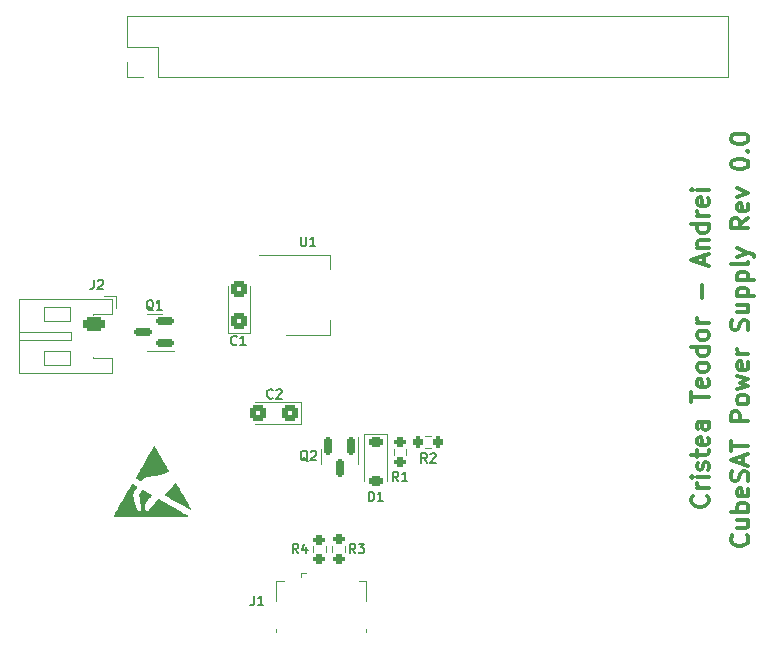
<source format=gto>
G04 #@! TF.GenerationSoftware,KiCad,Pcbnew,7.0.9*
G04 #@! TF.CreationDate,2023-11-15T19:01:28+02:00*
G04 #@! TF.ProjectId,Power,506f7765-722e-46b6-9963-61645f706362,rev?*
G04 #@! TF.SameCoordinates,Original*
G04 #@! TF.FileFunction,Legend,Top*
G04 #@! TF.FilePolarity,Positive*
%FSLAX46Y46*%
G04 Gerber Fmt 4.6, Leading zero omitted, Abs format (unit mm)*
G04 Created by KiCad (PCBNEW 7.0.9) date 2023-11-15 19:01:28*
%MOMM*%
%LPD*%
G01*
G04 APERTURE LIST*
G04 Aperture macros list*
%AMRoundRect*
0 Rectangle with rounded corners*
0 $1 Rounding radius*
0 $2 $3 $4 $5 $6 $7 $8 $9 X,Y pos of 4 corners*
0 Add a 4 corners polygon primitive as box body*
4,1,4,$2,$3,$4,$5,$6,$7,$8,$9,$2,$3,0*
0 Add four circle primitives for the rounded corners*
1,1,$1+$1,$2,$3*
1,1,$1+$1,$4,$5*
1,1,$1+$1,$6,$7*
1,1,$1+$1,$8,$9*
0 Add four rect primitives between the rounded corners*
20,1,$1+$1,$2,$3,$4,$5,0*
20,1,$1+$1,$4,$5,$6,$7,0*
20,1,$1+$1,$6,$7,$8,$9,0*
20,1,$1+$1,$8,$9,$2,$3,0*%
G04 Aperture macros list end*
%ADD10C,0.300000*%
%ADD11C,0.200000*%
%ADD12C,0.120000*%
%ADD13C,0.010000*%
%ADD14RoundRect,0.150000X0.587500X0.150000X-0.587500X0.150000X-0.587500X-0.150000X0.587500X-0.150000X0*%
%ADD15RoundRect,0.200000X-0.275000X0.200000X-0.275000X-0.200000X0.275000X-0.200000X0.275000X0.200000X0*%
%ADD16RoundRect,0.300000X-0.600000X0.300000X-0.600000X-0.300000X0.600000X-0.300000X0.600000X0.300000X0*%
%ADD17O,1.800000X1.200000*%
%ADD18C,3.500000*%
%ADD19RoundRect,0.225000X-0.375000X0.225000X-0.375000X-0.225000X0.375000X-0.225000X0.375000X0.225000X0*%
%ADD20R,2.000000X1.500000*%
%ADD21R,2.000000X3.800000*%
%ADD22R,0.400000X1.400000*%
%ADD23O,1.050000X1.900000*%
%ADD24R,1.150000X1.450000*%
%ADD25R,1.750000X1.900000*%
%ADD26RoundRect,0.150000X-0.150000X0.587500X-0.150000X-0.587500X0.150000X-0.587500X0.150000X0.587500X0*%
%ADD27RoundRect,0.250000X0.450000X0.425000X-0.450000X0.425000X-0.450000X-0.425000X0.450000X-0.425000X0*%
%ADD28RoundRect,0.250000X0.425000X-0.450000X0.425000X0.450000X-0.425000X0.450000X-0.425000X-0.450000X0*%
%ADD29RoundRect,0.200000X0.200000X0.275000X-0.200000X0.275000X-0.200000X-0.275000X0.200000X-0.275000X0*%
%ADD30R,1.700000X1.700000*%
%ADD31O,1.700000X1.700000*%
G04 APERTURE END LIST*
D10*
X174657971Y-106858346D02*
X174729400Y-106929774D01*
X174729400Y-106929774D02*
X174800828Y-107144060D01*
X174800828Y-107144060D02*
X174800828Y-107286917D01*
X174800828Y-107286917D02*
X174729400Y-107501203D01*
X174729400Y-107501203D02*
X174586542Y-107644060D01*
X174586542Y-107644060D02*
X174443685Y-107715489D01*
X174443685Y-107715489D02*
X174157971Y-107786917D01*
X174157971Y-107786917D02*
X173943685Y-107786917D01*
X173943685Y-107786917D02*
X173657971Y-107715489D01*
X173657971Y-107715489D02*
X173515114Y-107644060D01*
X173515114Y-107644060D02*
X173372257Y-107501203D01*
X173372257Y-107501203D02*
X173300828Y-107286917D01*
X173300828Y-107286917D02*
X173300828Y-107144060D01*
X173300828Y-107144060D02*
X173372257Y-106929774D01*
X173372257Y-106929774D02*
X173443685Y-106858346D01*
X174800828Y-106215489D02*
X173800828Y-106215489D01*
X174086542Y-106215489D02*
X173943685Y-106144060D01*
X173943685Y-106144060D02*
X173872257Y-106072632D01*
X173872257Y-106072632D02*
X173800828Y-105929774D01*
X173800828Y-105929774D02*
X173800828Y-105786917D01*
X174800828Y-105286918D02*
X173800828Y-105286918D01*
X173300828Y-105286918D02*
X173372257Y-105358346D01*
X173372257Y-105358346D02*
X173443685Y-105286918D01*
X173443685Y-105286918D02*
X173372257Y-105215489D01*
X173372257Y-105215489D02*
X173300828Y-105286918D01*
X173300828Y-105286918D02*
X173443685Y-105286918D01*
X174729400Y-104644060D02*
X174800828Y-104501203D01*
X174800828Y-104501203D02*
X174800828Y-104215489D01*
X174800828Y-104215489D02*
X174729400Y-104072632D01*
X174729400Y-104072632D02*
X174586542Y-104001203D01*
X174586542Y-104001203D02*
X174515114Y-104001203D01*
X174515114Y-104001203D02*
X174372257Y-104072632D01*
X174372257Y-104072632D02*
X174300828Y-104215489D01*
X174300828Y-104215489D02*
X174300828Y-104429775D01*
X174300828Y-104429775D02*
X174229400Y-104572632D01*
X174229400Y-104572632D02*
X174086542Y-104644060D01*
X174086542Y-104644060D02*
X174015114Y-104644060D01*
X174015114Y-104644060D02*
X173872257Y-104572632D01*
X173872257Y-104572632D02*
X173800828Y-104429775D01*
X173800828Y-104429775D02*
X173800828Y-104215489D01*
X173800828Y-104215489D02*
X173872257Y-104072632D01*
X173800828Y-103572631D02*
X173800828Y-103001203D01*
X173300828Y-103358346D02*
X174586542Y-103358346D01*
X174586542Y-103358346D02*
X174729400Y-103286917D01*
X174729400Y-103286917D02*
X174800828Y-103144060D01*
X174800828Y-103144060D02*
X174800828Y-103001203D01*
X174729400Y-101929774D02*
X174800828Y-102072631D01*
X174800828Y-102072631D02*
X174800828Y-102358346D01*
X174800828Y-102358346D02*
X174729400Y-102501203D01*
X174729400Y-102501203D02*
X174586542Y-102572631D01*
X174586542Y-102572631D02*
X174015114Y-102572631D01*
X174015114Y-102572631D02*
X173872257Y-102501203D01*
X173872257Y-102501203D02*
X173800828Y-102358346D01*
X173800828Y-102358346D02*
X173800828Y-102072631D01*
X173800828Y-102072631D02*
X173872257Y-101929774D01*
X173872257Y-101929774D02*
X174015114Y-101858346D01*
X174015114Y-101858346D02*
X174157971Y-101858346D01*
X174157971Y-101858346D02*
X174300828Y-102572631D01*
X174800828Y-100572632D02*
X174015114Y-100572632D01*
X174015114Y-100572632D02*
X173872257Y-100644060D01*
X173872257Y-100644060D02*
X173800828Y-100786917D01*
X173800828Y-100786917D02*
X173800828Y-101072632D01*
X173800828Y-101072632D02*
X173872257Y-101215489D01*
X174729400Y-100572632D02*
X174800828Y-100715489D01*
X174800828Y-100715489D02*
X174800828Y-101072632D01*
X174800828Y-101072632D02*
X174729400Y-101215489D01*
X174729400Y-101215489D02*
X174586542Y-101286917D01*
X174586542Y-101286917D02*
X174443685Y-101286917D01*
X174443685Y-101286917D02*
X174300828Y-101215489D01*
X174300828Y-101215489D02*
X174229400Y-101072632D01*
X174229400Y-101072632D02*
X174229400Y-100715489D01*
X174229400Y-100715489D02*
X174157971Y-100572632D01*
X173300828Y-98929774D02*
X173300828Y-98072632D01*
X174800828Y-98501203D02*
X173300828Y-98501203D01*
X174729400Y-97001203D02*
X174800828Y-97144060D01*
X174800828Y-97144060D02*
X174800828Y-97429775D01*
X174800828Y-97429775D02*
X174729400Y-97572632D01*
X174729400Y-97572632D02*
X174586542Y-97644060D01*
X174586542Y-97644060D02*
X174015114Y-97644060D01*
X174015114Y-97644060D02*
X173872257Y-97572632D01*
X173872257Y-97572632D02*
X173800828Y-97429775D01*
X173800828Y-97429775D02*
X173800828Y-97144060D01*
X173800828Y-97144060D02*
X173872257Y-97001203D01*
X173872257Y-97001203D02*
X174015114Y-96929775D01*
X174015114Y-96929775D02*
X174157971Y-96929775D01*
X174157971Y-96929775D02*
X174300828Y-97644060D01*
X174800828Y-96072632D02*
X174729400Y-96215489D01*
X174729400Y-96215489D02*
X174657971Y-96286918D01*
X174657971Y-96286918D02*
X174515114Y-96358346D01*
X174515114Y-96358346D02*
X174086542Y-96358346D01*
X174086542Y-96358346D02*
X173943685Y-96286918D01*
X173943685Y-96286918D02*
X173872257Y-96215489D01*
X173872257Y-96215489D02*
X173800828Y-96072632D01*
X173800828Y-96072632D02*
X173800828Y-95858346D01*
X173800828Y-95858346D02*
X173872257Y-95715489D01*
X173872257Y-95715489D02*
X173943685Y-95644061D01*
X173943685Y-95644061D02*
X174086542Y-95572632D01*
X174086542Y-95572632D02*
X174515114Y-95572632D01*
X174515114Y-95572632D02*
X174657971Y-95644061D01*
X174657971Y-95644061D02*
X174729400Y-95715489D01*
X174729400Y-95715489D02*
X174800828Y-95858346D01*
X174800828Y-95858346D02*
X174800828Y-96072632D01*
X174800828Y-94286918D02*
X173300828Y-94286918D01*
X174729400Y-94286918D02*
X174800828Y-94429775D01*
X174800828Y-94429775D02*
X174800828Y-94715489D01*
X174800828Y-94715489D02*
X174729400Y-94858346D01*
X174729400Y-94858346D02*
X174657971Y-94929775D01*
X174657971Y-94929775D02*
X174515114Y-95001203D01*
X174515114Y-95001203D02*
X174086542Y-95001203D01*
X174086542Y-95001203D02*
X173943685Y-94929775D01*
X173943685Y-94929775D02*
X173872257Y-94858346D01*
X173872257Y-94858346D02*
X173800828Y-94715489D01*
X173800828Y-94715489D02*
X173800828Y-94429775D01*
X173800828Y-94429775D02*
X173872257Y-94286918D01*
X174800828Y-93358346D02*
X174729400Y-93501203D01*
X174729400Y-93501203D02*
X174657971Y-93572632D01*
X174657971Y-93572632D02*
X174515114Y-93644060D01*
X174515114Y-93644060D02*
X174086542Y-93644060D01*
X174086542Y-93644060D02*
X173943685Y-93572632D01*
X173943685Y-93572632D02*
X173872257Y-93501203D01*
X173872257Y-93501203D02*
X173800828Y-93358346D01*
X173800828Y-93358346D02*
X173800828Y-93144060D01*
X173800828Y-93144060D02*
X173872257Y-93001203D01*
X173872257Y-93001203D02*
X173943685Y-92929775D01*
X173943685Y-92929775D02*
X174086542Y-92858346D01*
X174086542Y-92858346D02*
X174515114Y-92858346D01*
X174515114Y-92858346D02*
X174657971Y-92929775D01*
X174657971Y-92929775D02*
X174729400Y-93001203D01*
X174729400Y-93001203D02*
X174800828Y-93144060D01*
X174800828Y-93144060D02*
X174800828Y-93358346D01*
X174800828Y-92215489D02*
X173800828Y-92215489D01*
X174086542Y-92215489D02*
X173943685Y-92144060D01*
X173943685Y-92144060D02*
X173872257Y-92072632D01*
X173872257Y-92072632D02*
X173800828Y-91929774D01*
X173800828Y-91929774D02*
X173800828Y-91786917D01*
X174229400Y-90144061D02*
X174229400Y-89001204D01*
X174372257Y-87215489D02*
X174372257Y-86501204D01*
X174800828Y-87358346D02*
X173300828Y-86858346D01*
X173300828Y-86858346D02*
X174800828Y-86358346D01*
X173800828Y-85858347D02*
X174800828Y-85858347D01*
X173943685Y-85858347D02*
X173872257Y-85786918D01*
X173872257Y-85786918D02*
X173800828Y-85644061D01*
X173800828Y-85644061D02*
X173800828Y-85429775D01*
X173800828Y-85429775D02*
X173872257Y-85286918D01*
X173872257Y-85286918D02*
X174015114Y-85215490D01*
X174015114Y-85215490D02*
X174800828Y-85215490D01*
X174800828Y-83858347D02*
X173300828Y-83858347D01*
X174729400Y-83858347D02*
X174800828Y-84001204D01*
X174800828Y-84001204D02*
X174800828Y-84286918D01*
X174800828Y-84286918D02*
X174729400Y-84429775D01*
X174729400Y-84429775D02*
X174657971Y-84501204D01*
X174657971Y-84501204D02*
X174515114Y-84572632D01*
X174515114Y-84572632D02*
X174086542Y-84572632D01*
X174086542Y-84572632D02*
X173943685Y-84501204D01*
X173943685Y-84501204D02*
X173872257Y-84429775D01*
X173872257Y-84429775D02*
X173800828Y-84286918D01*
X173800828Y-84286918D02*
X173800828Y-84001204D01*
X173800828Y-84001204D02*
X173872257Y-83858347D01*
X174800828Y-83144061D02*
X173800828Y-83144061D01*
X174086542Y-83144061D02*
X173943685Y-83072632D01*
X173943685Y-83072632D02*
X173872257Y-83001204D01*
X173872257Y-83001204D02*
X173800828Y-82858346D01*
X173800828Y-82858346D02*
X173800828Y-82715489D01*
X174729400Y-81644061D02*
X174800828Y-81786918D01*
X174800828Y-81786918D02*
X174800828Y-82072633D01*
X174800828Y-82072633D02*
X174729400Y-82215490D01*
X174729400Y-82215490D02*
X174586542Y-82286918D01*
X174586542Y-82286918D02*
X174015114Y-82286918D01*
X174015114Y-82286918D02*
X173872257Y-82215490D01*
X173872257Y-82215490D02*
X173800828Y-82072633D01*
X173800828Y-82072633D02*
X173800828Y-81786918D01*
X173800828Y-81786918D02*
X173872257Y-81644061D01*
X173872257Y-81644061D02*
X174015114Y-81572633D01*
X174015114Y-81572633D02*
X174157971Y-81572633D01*
X174157971Y-81572633D02*
X174300828Y-82286918D01*
X174800828Y-80929776D02*
X173800828Y-80929776D01*
X173300828Y-80929776D02*
X173372257Y-81001204D01*
X173372257Y-81001204D02*
X173443685Y-80929776D01*
X173443685Y-80929776D02*
X173372257Y-80858347D01*
X173372257Y-80858347D02*
X173300828Y-80929776D01*
X173300828Y-80929776D02*
X173443685Y-80929776D01*
X178017971Y-110188346D02*
X178089400Y-110259774D01*
X178089400Y-110259774D02*
X178160828Y-110474060D01*
X178160828Y-110474060D02*
X178160828Y-110616917D01*
X178160828Y-110616917D02*
X178089400Y-110831203D01*
X178089400Y-110831203D02*
X177946542Y-110974060D01*
X177946542Y-110974060D02*
X177803685Y-111045489D01*
X177803685Y-111045489D02*
X177517971Y-111116917D01*
X177517971Y-111116917D02*
X177303685Y-111116917D01*
X177303685Y-111116917D02*
X177017971Y-111045489D01*
X177017971Y-111045489D02*
X176875114Y-110974060D01*
X176875114Y-110974060D02*
X176732257Y-110831203D01*
X176732257Y-110831203D02*
X176660828Y-110616917D01*
X176660828Y-110616917D02*
X176660828Y-110474060D01*
X176660828Y-110474060D02*
X176732257Y-110259774D01*
X176732257Y-110259774D02*
X176803685Y-110188346D01*
X177160828Y-108902632D02*
X178160828Y-108902632D01*
X177160828Y-109545489D02*
X177946542Y-109545489D01*
X177946542Y-109545489D02*
X178089400Y-109474060D01*
X178089400Y-109474060D02*
X178160828Y-109331203D01*
X178160828Y-109331203D02*
X178160828Y-109116917D01*
X178160828Y-109116917D02*
X178089400Y-108974060D01*
X178089400Y-108974060D02*
X178017971Y-108902632D01*
X178160828Y-108188346D02*
X176660828Y-108188346D01*
X177232257Y-108188346D02*
X177160828Y-108045489D01*
X177160828Y-108045489D02*
X177160828Y-107759774D01*
X177160828Y-107759774D02*
X177232257Y-107616917D01*
X177232257Y-107616917D02*
X177303685Y-107545489D01*
X177303685Y-107545489D02*
X177446542Y-107474060D01*
X177446542Y-107474060D02*
X177875114Y-107474060D01*
X177875114Y-107474060D02*
X178017971Y-107545489D01*
X178017971Y-107545489D02*
X178089400Y-107616917D01*
X178089400Y-107616917D02*
X178160828Y-107759774D01*
X178160828Y-107759774D02*
X178160828Y-108045489D01*
X178160828Y-108045489D02*
X178089400Y-108188346D01*
X178089400Y-106259774D02*
X178160828Y-106402631D01*
X178160828Y-106402631D02*
X178160828Y-106688346D01*
X178160828Y-106688346D02*
X178089400Y-106831203D01*
X178089400Y-106831203D02*
X177946542Y-106902631D01*
X177946542Y-106902631D02*
X177375114Y-106902631D01*
X177375114Y-106902631D02*
X177232257Y-106831203D01*
X177232257Y-106831203D02*
X177160828Y-106688346D01*
X177160828Y-106688346D02*
X177160828Y-106402631D01*
X177160828Y-106402631D02*
X177232257Y-106259774D01*
X177232257Y-106259774D02*
X177375114Y-106188346D01*
X177375114Y-106188346D02*
X177517971Y-106188346D01*
X177517971Y-106188346D02*
X177660828Y-106902631D01*
X178089400Y-105616917D02*
X178160828Y-105402632D01*
X178160828Y-105402632D02*
X178160828Y-105045489D01*
X178160828Y-105045489D02*
X178089400Y-104902632D01*
X178089400Y-104902632D02*
X178017971Y-104831203D01*
X178017971Y-104831203D02*
X177875114Y-104759774D01*
X177875114Y-104759774D02*
X177732257Y-104759774D01*
X177732257Y-104759774D02*
X177589400Y-104831203D01*
X177589400Y-104831203D02*
X177517971Y-104902632D01*
X177517971Y-104902632D02*
X177446542Y-105045489D01*
X177446542Y-105045489D02*
X177375114Y-105331203D01*
X177375114Y-105331203D02*
X177303685Y-105474060D01*
X177303685Y-105474060D02*
X177232257Y-105545489D01*
X177232257Y-105545489D02*
X177089400Y-105616917D01*
X177089400Y-105616917D02*
X176946542Y-105616917D01*
X176946542Y-105616917D02*
X176803685Y-105545489D01*
X176803685Y-105545489D02*
X176732257Y-105474060D01*
X176732257Y-105474060D02*
X176660828Y-105331203D01*
X176660828Y-105331203D02*
X176660828Y-104974060D01*
X176660828Y-104974060D02*
X176732257Y-104759774D01*
X177732257Y-104188346D02*
X177732257Y-103474061D01*
X178160828Y-104331203D02*
X176660828Y-103831203D01*
X176660828Y-103831203D02*
X178160828Y-103331203D01*
X176660828Y-103045489D02*
X176660828Y-102188347D01*
X178160828Y-102616918D02*
X176660828Y-102616918D01*
X178160828Y-100545490D02*
X176660828Y-100545490D01*
X176660828Y-100545490D02*
X176660828Y-99974061D01*
X176660828Y-99974061D02*
X176732257Y-99831204D01*
X176732257Y-99831204D02*
X176803685Y-99759775D01*
X176803685Y-99759775D02*
X176946542Y-99688347D01*
X176946542Y-99688347D02*
X177160828Y-99688347D01*
X177160828Y-99688347D02*
X177303685Y-99759775D01*
X177303685Y-99759775D02*
X177375114Y-99831204D01*
X177375114Y-99831204D02*
X177446542Y-99974061D01*
X177446542Y-99974061D02*
X177446542Y-100545490D01*
X178160828Y-98831204D02*
X178089400Y-98974061D01*
X178089400Y-98974061D02*
X178017971Y-99045490D01*
X178017971Y-99045490D02*
X177875114Y-99116918D01*
X177875114Y-99116918D02*
X177446542Y-99116918D01*
X177446542Y-99116918D02*
X177303685Y-99045490D01*
X177303685Y-99045490D02*
X177232257Y-98974061D01*
X177232257Y-98974061D02*
X177160828Y-98831204D01*
X177160828Y-98831204D02*
X177160828Y-98616918D01*
X177160828Y-98616918D02*
X177232257Y-98474061D01*
X177232257Y-98474061D02*
X177303685Y-98402633D01*
X177303685Y-98402633D02*
X177446542Y-98331204D01*
X177446542Y-98331204D02*
X177875114Y-98331204D01*
X177875114Y-98331204D02*
X178017971Y-98402633D01*
X178017971Y-98402633D02*
X178089400Y-98474061D01*
X178089400Y-98474061D02*
X178160828Y-98616918D01*
X178160828Y-98616918D02*
X178160828Y-98831204D01*
X177160828Y-97831204D02*
X178160828Y-97545490D01*
X178160828Y-97545490D02*
X177446542Y-97259775D01*
X177446542Y-97259775D02*
X178160828Y-96974061D01*
X178160828Y-96974061D02*
X177160828Y-96688347D01*
X178089400Y-95545489D02*
X178160828Y-95688346D01*
X178160828Y-95688346D02*
X178160828Y-95974061D01*
X178160828Y-95974061D02*
X178089400Y-96116918D01*
X178089400Y-96116918D02*
X177946542Y-96188346D01*
X177946542Y-96188346D02*
X177375114Y-96188346D01*
X177375114Y-96188346D02*
X177232257Y-96116918D01*
X177232257Y-96116918D02*
X177160828Y-95974061D01*
X177160828Y-95974061D02*
X177160828Y-95688346D01*
X177160828Y-95688346D02*
X177232257Y-95545489D01*
X177232257Y-95545489D02*
X177375114Y-95474061D01*
X177375114Y-95474061D02*
X177517971Y-95474061D01*
X177517971Y-95474061D02*
X177660828Y-96188346D01*
X178160828Y-94831204D02*
X177160828Y-94831204D01*
X177446542Y-94831204D02*
X177303685Y-94759775D01*
X177303685Y-94759775D02*
X177232257Y-94688347D01*
X177232257Y-94688347D02*
X177160828Y-94545489D01*
X177160828Y-94545489D02*
X177160828Y-94402632D01*
X178089400Y-92831204D02*
X178160828Y-92616919D01*
X178160828Y-92616919D02*
X178160828Y-92259776D01*
X178160828Y-92259776D02*
X178089400Y-92116919D01*
X178089400Y-92116919D02*
X178017971Y-92045490D01*
X178017971Y-92045490D02*
X177875114Y-91974061D01*
X177875114Y-91974061D02*
X177732257Y-91974061D01*
X177732257Y-91974061D02*
X177589400Y-92045490D01*
X177589400Y-92045490D02*
X177517971Y-92116919D01*
X177517971Y-92116919D02*
X177446542Y-92259776D01*
X177446542Y-92259776D02*
X177375114Y-92545490D01*
X177375114Y-92545490D02*
X177303685Y-92688347D01*
X177303685Y-92688347D02*
X177232257Y-92759776D01*
X177232257Y-92759776D02*
X177089400Y-92831204D01*
X177089400Y-92831204D02*
X176946542Y-92831204D01*
X176946542Y-92831204D02*
X176803685Y-92759776D01*
X176803685Y-92759776D02*
X176732257Y-92688347D01*
X176732257Y-92688347D02*
X176660828Y-92545490D01*
X176660828Y-92545490D02*
X176660828Y-92188347D01*
X176660828Y-92188347D02*
X176732257Y-91974061D01*
X177160828Y-90688348D02*
X178160828Y-90688348D01*
X177160828Y-91331205D02*
X177946542Y-91331205D01*
X177946542Y-91331205D02*
X178089400Y-91259776D01*
X178089400Y-91259776D02*
X178160828Y-91116919D01*
X178160828Y-91116919D02*
X178160828Y-90902633D01*
X178160828Y-90902633D02*
X178089400Y-90759776D01*
X178089400Y-90759776D02*
X178017971Y-90688348D01*
X177160828Y-89974062D02*
X178660828Y-89974062D01*
X177232257Y-89974062D02*
X177160828Y-89831205D01*
X177160828Y-89831205D02*
X177160828Y-89545490D01*
X177160828Y-89545490D02*
X177232257Y-89402633D01*
X177232257Y-89402633D02*
X177303685Y-89331205D01*
X177303685Y-89331205D02*
X177446542Y-89259776D01*
X177446542Y-89259776D02*
X177875114Y-89259776D01*
X177875114Y-89259776D02*
X178017971Y-89331205D01*
X178017971Y-89331205D02*
X178089400Y-89402633D01*
X178089400Y-89402633D02*
X178160828Y-89545490D01*
X178160828Y-89545490D02*
X178160828Y-89831205D01*
X178160828Y-89831205D02*
X178089400Y-89974062D01*
X177160828Y-88616919D02*
X178660828Y-88616919D01*
X177232257Y-88616919D02*
X177160828Y-88474062D01*
X177160828Y-88474062D02*
X177160828Y-88188347D01*
X177160828Y-88188347D02*
X177232257Y-88045490D01*
X177232257Y-88045490D02*
X177303685Y-87974062D01*
X177303685Y-87974062D02*
X177446542Y-87902633D01*
X177446542Y-87902633D02*
X177875114Y-87902633D01*
X177875114Y-87902633D02*
X178017971Y-87974062D01*
X178017971Y-87974062D02*
X178089400Y-88045490D01*
X178089400Y-88045490D02*
X178160828Y-88188347D01*
X178160828Y-88188347D02*
X178160828Y-88474062D01*
X178160828Y-88474062D02*
X178089400Y-88616919D01*
X178160828Y-87045490D02*
X178089400Y-87188347D01*
X178089400Y-87188347D02*
X177946542Y-87259776D01*
X177946542Y-87259776D02*
X176660828Y-87259776D01*
X177160828Y-86616919D02*
X178160828Y-86259776D01*
X177160828Y-85902633D02*
X178160828Y-86259776D01*
X178160828Y-86259776D02*
X178517971Y-86402633D01*
X178517971Y-86402633D02*
X178589400Y-86474062D01*
X178589400Y-86474062D02*
X178660828Y-86616919D01*
X178160828Y-83331205D02*
X177446542Y-83831205D01*
X178160828Y-84188348D02*
X176660828Y-84188348D01*
X176660828Y-84188348D02*
X176660828Y-83616919D01*
X176660828Y-83616919D02*
X176732257Y-83474062D01*
X176732257Y-83474062D02*
X176803685Y-83402633D01*
X176803685Y-83402633D02*
X176946542Y-83331205D01*
X176946542Y-83331205D02*
X177160828Y-83331205D01*
X177160828Y-83331205D02*
X177303685Y-83402633D01*
X177303685Y-83402633D02*
X177375114Y-83474062D01*
X177375114Y-83474062D02*
X177446542Y-83616919D01*
X177446542Y-83616919D02*
X177446542Y-84188348D01*
X178089400Y-82116919D02*
X178160828Y-82259776D01*
X178160828Y-82259776D02*
X178160828Y-82545491D01*
X178160828Y-82545491D02*
X178089400Y-82688348D01*
X178089400Y-82688348D02*
X177946542Y-82759776D01*
X177946542Y-82759776D02*
X177375114Y-82759776D01*
X177375114Y-82759776D02*
X177232257Y-82688348D01*
X177232257Y-82688348D02*
X177160828Y-82545491D01*
X177160828Y-82545491D02*
X177160828Y-82259776D01*
X177160828Y-82259776D02*
X177232257Y-82116919D01*
X177232257Y-82116919D02*
X177375114Y-82045491D01*
X177375114Y-82045491D02*
X177517971Y-82045491D01*
X177517971Y-82045491D02*
X177660828Y-82759776D01*
X177160828Y-81545491D02*
X178160828Y-81188348D01*
X178160828Y-81188348D02*
X177160828Y-80831205D01*
X176660828Y-78831205D02*
X176660828Y-78688348D01*
X176660828Y-78688348D02*
X176732257Y-78545491D01*
X176732257Y-78545491D02*
X176803685Y-78474063D01*
X176803685Y-78474063D02*
X176946542Y-78402634D01*
X176946542Y-78402634D02*
X177232257Y-78331205D01*
X177232257Y-78331205D02*
X177589400Y-78331205D01*
X177589400Y-78331205D02*
X177875114Y-78402634D01*
X177875114Y-78402634D02*
X178017971Y-78474063D01*
X178017971Y-78474063D02*
X178089400Y-78545491D01*
X178089400Y-78545491D02*
X178160828Y-78688348D01*
X178160828Y-78688348D02*
X178160828Y-78831205D01*
X178160828Y-78831205D02*
X178089400Y-78974063D01*
X178089400Y-78974063D02*
X178017971Y-79045491D01*
X178017971Y-79045491D02*
X177875114Y-79116920D01*
X177875114Y-79116920D02*
X177589400Y-79188348D01*
X177589400Y-79188348D02*
X177232257Y-79188348D01*
X177232257Y-79188348D02*
X176946542Y-79116920D01*
X176946542Y-79116920D02*
X176803685Y-79045491D01*
X176803685Y-79045491D02*
X176732257Y-78974063D01*
X176732257Y-78974063D02*
X176660828Y-78831205D01*
X178017971Y-77688349D02*
X178089400Y-77616920D01*
X178089400Y-77616920D02*
X178160828Y-77688349D01*
X178160828Y-77688349D02*
X178089400Y-77759777D01*
X178089400Y-77759777D02*
X178017971Y-77688349D01*
X178017971Y-77688349D02*
X178160828Y-77688349D01*
X176660828Y-76688348D02*
X176660828Y-76545491D01*
X176660828Y-76545491D02*
X176732257Y-76402634D01*
X176732257Y-76402634D02*
X176803685Y-76331206D01*
X176803685Y-76331206D02*
X176946542Y-76259777D01*
X176946542Y-76259777D02*
X177232257Y-76188348D01*
X177232257Y-76188348D02*
X177589400Y-76188348D01*
X177589400Y-76188348D02*
X177875114Y-76259777D01*
X177875114Y-76259777D02*
X178017971Y-76331206D01*
X178017971Y-76331206D02*
X178089400Y-76402634D01*
X178089400Y-76402634D02*
X178160828Y-76545491D01*
X178160828Y-76545491D02*
X178160828Y-76688348D01*
X178160828Y-76688348D02*
X178089400Y-76831206D01*
X178089400Y-76831206D02*
X178017971Y-76902634D01*
X178017971Y-76902634D02*
X177875114Y-76974063D01*
X177875114Y-76974063D02*
X177589400Y-77045491D01*
X177589400Y-77045491D02*
X177232257Y-77045491D01*
X177232257Y-77045491D02*
X176946542Y-76974063D01*
X176946542Y-76974063D02*
X176803685Y-76902634D01*
X176803685Y-76902634D02*
X176732257Y-76831206D01*
X176732257Y-76831206D02*
X176660828Y-76688348D01*
D11*
X127773809Y-91155885D02*
X127697619Y-91117790D01*
X127697619Y-91117790D02*
X127621428Y-91041600D01*
X127621428Y-91041600D02*
X127507142Y-90927314D01*
X127507142Y-90927314D02*
X127430952Y-90889219D01*
X127430952Y-90889219D02*
X127354761Y-90889219D01*
X127392857Y-91079695D02*
X127316666Y-91041600D01*
X127316666Y-91041600D02*
X127240476Y-90965409D01*
X127240476Y-90965409D02*
X127202380Y-90813028D01*
X127202380Y-90813028D02*
X127202380Y-90546361D01*
X127202380Y-90546361D02*
X127240476Y-90393980D01*
X127240476Y-90393980D02*
X127316666Y-90317790D01*
X127316666Y-90317790D02*
X127392857Y-90279695D01*
X127392857Y-90279695D02*
X127545238Y-90279695D01*
X127545238Y-90279695D02*
X127621428Y-90317790D01*
X127621428Y-90317790D02*
X127697619Y-90393980D01*
X127697619Y-90393980D02*
X127735714Y-90546361D01*
X127735714Y-90546361D02*
X127735714Y-90813028D01*
X127735714Y-90813028D02*
X127697619Y-90965409D01*
X127697619Y-90965409D02*
X127621428Y-91041600D01*
X127621428Y-91041600D02*
X127545238Y-91079695D01*
X127545238Y-91079695D02*
X127392857Y-91079695D01*
X128497618Y-91079695D02*
X128040475Y-91079695D01*
X128269047Y-91079695D02*
X128269047Y-90279695D01*
X128269047Y-90279695D02*
X128192856Y-90393980D01*
X128192856Y-90393980D02*
X128116666Y-90470171D01*
X128116666Y-90470171D02*
X128040475Y-90508266D01*
X140026667Y-111729695D02*
X139760000Y-111348742D01*
X139569524Y-111729695D02*
X139569524Y-110929695D01*
X139569524Y-110929695D02*
X139874286Y-110929695D01*
X139874286Y-110929695D02*
X139950476Y-110967790D01*
X139950476Y-110967790D02*
X139988571Y-111005885D01*
X139988571Y-111005885D02*
X140026667Y-111082076D01*
X140026667Y-111082076D02*
X140026667Y-111196361D01*
X140026667Y-111196361D02*
X139988571Y-111272552D01*
X139988571Y-111272552D02*
X139950476Y-111310647D01*
X139950476Y-111310647D02*
X139874286Y-111348742D01*
X139874286Y-111348742D02*
X139569524Y-111348742D01*
X140712381Y-111196361D02*
X140712381Y-111729695D01*
X140521905Y-110891600D02*
X140331428Y-111463028D01*
X140331428Y-111463028D02*
X140826667Y-111463028D01*
X122733333Y-88559695D02*
X122733333Y-89131123D01*
X122733333Y-89131123D02*
X122695238Y-89245409D01*
X122695238Y-89245409D02*
X122619047Y-89321600D01*
X122619047Y-89321600D02*
X122504762Y-89359695D01*
X122504762Y-89359695D02*
X122428571Y-89359695D01*
X123076190Y-88635885D02*
X123114286Y-88597790D01*
X123114286Y-88597790D02*
X123190476Y-88559695D01*
X123190476Y-88559695D02*
X123380952Y-88559695D01*
X123380952Y-88559695D02*
X123457143Y-88597790D01*
X123457143Y-88597790D02*
X123495238Y-88635885D01*
X123495238Y-88635885D02*
X123533333Y-88712076D01*
X123533333Y-88712076D02*
X123533333Y-88788266D01*
X123533333Y-88788266D02*
X123495238Y-88902552D01*
X123495238Y-88902552D02*
X123038095Y-89359695D01*
X123038095Y-89359695D02*
X123533333Y-89359695D01*
X148521667Y-105599695D02*
X148255000Y-105218742D01*
X148064524Y-105599695D02*
X148064524Y-104799695D01*
X148064524Y-104799695D02*
X148369286Y-104799695D01*
X148369286Y-104799695D02*
X148445476Y-104837790D01*
X148445476Y-104837790D02*
X148483571Y-104875885D01*
X148483571Y-104875885D02*
X148521667Y-104952076D01*
X148521667Y-104952076D02*
X148521667Y-105066361D01*
X148521667Y-105066361D02*
X148483571Y-105142552D01*
X148483571Y-105142552D02*
X148445476Y-105180647D01*
X148445476Y-105180647D02*
X148369286Y-105218742D01*
X148369286Y-105218742D02*
X148064524Y-105218742D01*
X149283571Y-105599695D02*
X148826428Y-105599695D01*
X149055000Y-105599695D02*
X149055000Y-104799695D01*
X149055000Y-104799695D02*
X148978809Y-104913980D01*
X148978809Y-104913980D02*
X148902619Y-104990171D01*
X148902619Y-104990171D02*
X148826428Y-105028266D01*
X146004524Y-107294695D02*
X146004524Y-106494695D01*
X146004524Y-106494695D02*
X146195000Y-106494695D01*
X146195000Y-106494695D02*
X146309286Y-106532790D01*
X146309286Y-106532790D02*
X146385476Y-106608980D01*
X146385476Y-106608980D02*
X146423571Y-106685171D01*
X146423571Y-106685171D02*
X146461667Y-106837552D01*
X146461667Y-106837552D02*
X146461667Y-106951838D01*
X146461667Y-106951838D02*
X146423571Y-107104219D01*
X146423571Y-107104219D02*
X146385476Y-107180409D01*
X146385476Y-107180409D02*
X146309286Y-107256600D01*
X146309286Y-107256600D02*
X146195000Y-107294695D01*
X146195000Y-107294695D02*
X146004524Y-107294695D01*
X147223571Y-107294695D02*
X146766428Y-107294695D01*
X146995000Y-107294695D02*
X146995000Y-106494695D01*
X146995000Y-106494695D02*
X146918809Y-106608980D01*
X146918809Y-106608980D02*
X146842619Y-106685171D01*
X146842619Y-106685171D02*
X146766428Y-106723266D01*
X144876667Y-111699695D02*
X144610000Y-111318742D01*
X144419524Y-111699695D02*
X144419524Y-110899695D01*
X144419524Y-110899695D02*
X144724286Y-110899695D01*
X144724286Y-110899695D02*
X144800476Y-110937790D01*
X144800476Y-110937790D02*
X144838571Y-110975885D01*
X144838571Y-110975885D02*
X144876667Y-111052076D01*
X144876667Y-111052076D02*
X144876667Y-111166361D01*
X144876667Y-111166361D02*
X144838571Y-111242552D01*
X144838571Y-111242552D02*
X144800476Y-111280647D01*
X144800476Y-111280647D02*
X144724286Y-111318742D01*
X144724286Y-111318742D02*
X144419524Y-111318742D01*
X145143333Y-110899695D02*
X145638571Y-110899695D01*
X145638571Y-110899695D02*
X145371905Y-111204457D01*
X145371905Y-111204457D02*
X145486190Y-111204457D01*
X145486190Y-111204457D02*
X145562381Y-111242552D01*
X145562381Y-111242552D02*
X145600476Y-111280647D01*
X145600476Y-111280647D02*
X145638571Y-111356838D01*
X145638571Y-111356838D02*
X145638571Y-111547314D01*
X145638571Y-111547314D02*
X145600476Y-111623504D01*
X145600476Y-111623504D02*
X145562381Y-111661600D01*
X145562381Y-111661600D02*
X145486190Y-111699695D01*
X145486190Y-111699695D02*
X145257619Y-111699695D01*
X145257619Y-111699695D02*
X145181428Y-111661600D01*
X145181428Y-111661600D02*
X145143333Y-111623504D01*
X140240476Y-84899695D02*
X140240476Y-85547314D01*
X140240476Y-85547314D02*
X140278571Y-85623504D01*
X140278571Y-85623504D02*
X140316666Y-85661600D01*
X140316666Y-85661600D02*
X140392857Y-85699695D01*
X140392857Y-85699695D02*
X140545238Y-85699695D01*
X140545238Y-85699695D02*
X140621428Y-85661600D01*
X140621428Y-85661600D02*
X140659523Y-85623504D01*
X140659523Y-85623504D02*
X140697619Y-85547314D01*
X140697619Y-85547314D02*
X140697619Y-84899695D01*
X141497618Y-85699695D02*
X141040475Y-85699695D01*
X141269047Y-85699695D02*
X141269047Y-84899695D01*
X141269047Y-84899695D02*
X141192856Y-85013980D01*
X141192856Y-85013980D02*
X141116666Y-85090171D01*
X141116666Y-85090171D02*
X141040475Y-85128266D01*
X136293333Y-115299695D02*
X136293333Y-115871123D01*
X136293333Y-115871123D02*
X136255238Y-115985409D01*
X136255238Y-115985409D02*
X136179047Y-116061600D01*
X136179047Y-116061600D02*
X136064762Y-116099695D01*
X136064762Y-116099695D02*
X135988571Y-116099695D01*
X137093333Y-116099695D02*
X136636190Y-116099695D01*
X136864762Y-116099695D02*
X136864762Y-115299695D01*
X136864762Y-115299695D02*
X136788571Y-115413980D01*
X136788571Y-115413980D02*
X136712381Y-115490171D01*
X136712381Y-115490171D02*
X136636190Y-115528266D01*
X140843809Y-103935885D02*
X140767619Y-103897790D01*
X140767619Y-103897790D02*
X140691428Y-103821600D01*
X140691428Y-103821600D02*
X140577142Y-103707314D01*
X140577142Y-103707314D02*
X140500952Y-103669219D01*
X140500952Y-103669219D02*
X140424761Y-103669219D01*
X140462857Y-103859695D02*
X140386666Y-103821600D01*
X140386666Y-103821600D02*
X140310476Y-103745409D01*
X140310476Y-103745409D02*
X140272380Y-103593028D01*
X140272380Y-103593028D02*
X140272380Y-103326361D01*
X140272380Y-103326361D02*
X140310476Y-103173980D01*
X140310476Y-103173980D02*
X140386666Y-103097790D01*
X140386666Y-103097790D02*
X140462857Y-103059695D01*
X140462857Y-103059695D02*
X140615238Y-103059695D01*
X140615238Y-103059695D02*
X140691428Y-103097790D01*
X140691428Y-103097790D02*
X140767619Y-103173980D01*
X140767619Y-103173980D02*
X140805714Y-103326361D01*
X140805714Y-103326361D02*
X140805714Y-103593028D01*
X140805714Y-103593028D02*
X140767619Y-103745409D01*
X140767619Y-103745409D02*
X140691428Y-103821600D01*
X140691428Y-103821600D02*
X140615238Y-103859695D01*
X140615238Y-103859695D02*
X140462857Y-103859695D01*
X141110475Y-103135885D02*
X141148571Y-103097790D01*
X141148571Y-103097790D02*
X141224761Y-103059695D01*
X141224761Y-103059695D02*
X141415237Y-103059695D01*
X141415237Y-103059695D02*
X141491428Y-103097790D01*
X141491428Y-103097790D02*
X141529523Y-103135885D01*
X141529523Y-103135885D02*
X141567618Y-103212076D01*
X141567618Y-103212076D02*
X141567618Y-103288266D01*
X141567618Y-103288266D02*
X141529523Y-103402552D01*
X141529523Y-103402552D02*
X141072380Y-103859695D01*
X141072380Y-103859695D02*
X141567618Y-103859695D01*
X137876667Y-98543504D02*
X137838571Y-98581600D01*
X137838571Y-98581600D02*
X137724286Y-98619695D01*
X137724286Y-98619695D02*
X137648095Y-98619695D01*
X137648095Y-98619695D02*
X137533809Y-98581600D01*
X137533809Y-98581600D02*
X137457619Y-98505409D01*
X137457619Y-98505409D02*
X137419524Y-98429219D01*
X137419524Y-98429219D02*
X137381428Y-98276838D01*
X137381428Y-98276838D02*
X137381428Y-98162552D01*
X137381428Y-98162552D02*
X137419524Y-98010171D01*
X137419524Y-98010171D02*
X137457619Y-97933980D01*
X137457619Y-97933980D02*
X137533809Y-97857790D01*
X137533809Y-97857790D02*
X137648095Y-97819695D01*
X137648095Y-97819695D02*
X137724286Y-97819695D01*
X137724286Y-97819695D02*
X137838571Y-97857790D01*
X137838571Y-97857790D02*
X137876667Y-97895885D01*
X138181428Y-97895885D02*
X138219524Y-97857790D01*
X138219524Y-97857790D02*
X138295714Y-97819695D01*
X138295714Y-97819695D02*
X138486190Y-97819695D01*
X138486190Y-97819695D02*
X138562381Y-97857790D01*
X138562381Y-97857790D02*
X138600476Y-97895885D01*
X138600476Y-97895885D02*
X138638571Y-97972076D01*
X138638571Y-97972076D02*
X138638571Y-98048266D01*
X138638571Y-98048266D02*
X138600476Y-98162552D01*
X138600476Y-98162552D02*
X138143333Y-98619695D01*
X138143333Y-98619695D02*
X138638571Y-98619695D01*
X134826667Y-94023504D02*
X134788571Y-94061600D01*
X134788571Y-94061600D02*
X134674286Y-94099695D01*
X134674286Y-94099695D02*
X134598095Y-94099695D01*
X134598095Y-94099695D02*
X134483809Y-94061600D01*
X134483809Y-94061600D02*
X134407619Y-93985409D01*
X134407619Y-93985409D02*
X134369524Y-93909219D01*
X134369524Y-93909219D02*
X134331428Y-93756838D01*
X134331428Y-93756838D02*
X134331428Y-93642552D01*
X134331428Y-93642552D02*
X134369524Y-93490171D01*
X134369524Y-93490171D02*
X134407619Y-93413980D01*
X134407619Y-93413980D02*
X134483809Y-93337790D01*
X134483809Y-93337790D02*
X134598095Y-93299695D01*
X134598095Y-93299695D02*
X134674286Y-93299695D01*
X134674286Y-93299695D02*
X134788571Y-93337790D01*
X134788571Y-93337790D02*
X134826667Y-93375885D01*
X135588571Y-94099695D02*
X135131428Y-94099695D01*
X135360000Y-94099695D02*
X135360000Y-93299695D01*
X135360000Y-93299695D02*
X135283809Y-93413980D01*
X135283809Y-93413980D02*
X135207619Y-93490171D01*
X135207619Y-93490171D02*
X135131428Y-93528266D01*
X150911667Y-104064695D02*
X150645000Y-103683742D01*
X150454524Y-104064695D02*
X150454524Y-103264695D01*
X150454524Y-103264695D02*
X150759286Y-103264695D01*
X150759286Y-103264695D02*
X150835476Y-103302790D01*
X150835476Y-103302790D02*
X150873571Y-103340885D01*
X150873571Y-103340885D02*
X150911667Y-103417076D01*
X150911667Y-103417076D02*
X150911667Y-103531361D01*
X150911667Y-103531361D02*
X150873571Y-103607552D01*
X150873571Y-103607552D02*
X150835476Y-103645647D01*
X150835476Y-103645647D02*
X150759286Y-103683742D01*
X150759286Y-103683742D02*
X150454524Y-103683742D01*
X151216428Y-103340885D02*
X151254524Y-103302790D01*
X151254524Y-103302790D02*
X151330714Y-103264695D01*
X151330714Y-103264695D02*
X151521190Y-103264695D01*
X151521190Y-103264695D02*
X151597381Y-103302790D01*
X151597381Y-103302790D02*
X151635476Y-103340885D01*
X151635476Y-103340885D02*
X151673571Y-103417076D01*
X151673571Y-103417076D02*
X151673571Y-103493266D01*
X151673571Y-103493266D02*
X151635476Y-103607552D01*
X151635476Y-103607552D02*
X151178333Y-104064695D01*
X151178333Y-104064695D02*
X151673571Y-104064695D01*
D12*
X127847500Y-94560000D02*
X129522500Y-94560000D01*
X127847500Y-94560000D02*
X127197500Y-94560000D01*
X127847500Y-91440000D02*
X128497500Y-91440000D01*
X127847500Y-91440000D02*
X127197500Y-91440000D01*
X142352500Y-111142742D02*
X142352500Y-111617258D01*
X141307500Y-111142742D02*
X141307500Y-111617258D01*
X124610000Y-89920000D02*
X123610000Y-89920000D01*
X124610000Y-89920000D02*
X124610000Y-90920000D01*
X124310000Y-90220000D02*
X116410000Y-90220000D01*
X116410000Y-90220000D02*
X116410000Y-96420000D01*
X124310000Y-91420000D02*
X124310000Y-90220000D01*
X122660000Y-91420000D02*
X124310000Y-91420000D01*
X122660000Y-91520000D02*
X122660000Y-91420000D01*
X120810000Y-92970000D02*
X116410000Y-92970000D01*
X120810000Y-92970000D02*
X120810000Y-93670000D01*
X120810000Y-93670000D02*
X116410000Y-93670000D01*
X124310000Y-95220000D02*
X122660000Y-95220000D01*
X122660000Y-95220000D02*
X122660000Y-95120000D01*
X124310000Y-96420000D02*
X124310000Y-95220000D01*
X116410000Y-96420000D02*
X124310000Y-96420000D01*
X120730000Y-90845000D02*
X118530000Y-90845000D01*
X118530000Y-90845000D02*
X118530000Y-92045000D01*
X118530000Y-92045000D02*
X120730000Y-92045000D01*
X120730000Y-92045000D02*
X120730000Y-90845000D01*
X120730000Y-94595000D02*
X118530000Y-94595000D01*
X118530000Y-94595000D02*
X118530000Y-95795000D01*
X118530000Y-95795000D02*
X120730000Y-95795000D01*
X120730000Y-95795000D02*
X120730000Y-94595000D01*
X149157500Y-102897742D02*
X149157500Y-103372258D01*
X148112500Y-102897742D02*
X148112500Y-103372258D01*
X147595000Y-101587500D02*
X145595000Y-101587500D01*
X147595000Y-101587500D02*
X147595000Y-105597500D01*
X145595000Y-101587500D02*
X145595000Y-105597500D01*
X143982500Y-111132742D02*
X143982500Y-111607258D01*
X142937500Y-111132742D02*
X142937500Y-111607258D01*
X136750000Y-86430000D02*
X142760000Y-86430000D01*
X139000000Y-93250000D02*
X142760000Y-93250000D01*
X142760000Y-86430000D02*
X142760000Y-87690000D01*
X142760000Y-93250000D02*
X142760000Y-91990000D01*
X138190000Y-114070000D02*
X138850000Y-114070000D01*
X138190000Y-115800000D02*
X138190000Y-114070000D01*
X138190000Y-118370000D02*
X138190000Y-118160000D01*
X140240000Y-113370000D02*
X140240000Y-113760000D01*
X140240000Y-113370000D02*
X140690000Y-113370000D01*
X145810000Y-114070000D02*
X145160000Y-114070000D01*
X145810000Y-115800000D02*
X145810000Y-114070000D01*
X145810000Y-118370000D02*
X145810000Y-118160000D01*
X145105000Y-103532500D02*
X145105000Y-101857500D01*
X145105000Y-103532500D02*
X145105000Y-104182500D01*
X141985000Y-103532500D02*
X141985000Y-102882500D01*
X141985000Y-103532500D02*
X141985000Y-104182500D01*
X140310000Y-100775000D02*
X140310000Y-98905000D01*
X140310000Y-98905000D02*
X136400000Y-98905000D01*
X136400000Y-100775000D02*
X140310000Y-100775000D01*
X134065000Y-93040000D02*
X135935000Y-93040000D01*
X135935000Y-93040000D02*
X135935000Y-89130000D01*
X134065000Y-89130000D02*
X134065000Y-93040000D01*
X151282258Y-102827500D02*
X150807742Y-102827500D01*
X151282258Y-101782500D02*
X150807742Y-101782500D01*
X125525000Y-71425000D02*
X125525000Y-70095000D01*
X126855000Y-71425000D02*
X125525000Y-71425000D01*
X128125000Y-71425000D02*
X176445000Y-71425000D01*
X128125000Y-71425000D02*
X128125000Y-68825000D01*
X176445000Y-71425000D02*
X176445000Y-66225000D01*
X125525000Y-68825000D02*
X125525000Y-66225000D01*
X128125000Y-68825000D02*
X125525000Y-68825000D01*
X125525000Y-66225000D02*
X176445000Y-66225000D01*
D13*
X129647528Y-105814619D02*
X129658908Y-105833693D01*
X129684488Y-105877421D01*
X129723002Y-105943619D01*
X129773186Y-106030102D01*
X129833775Y-106134685D01*
X129903503Y-106255183D01*
X129981107Y-106389412D01*
X130065320Y-106535187D01*
X130154879Y-106690323D01*
X130246998Y-106850000D01*
X130341076Y-107013117D01*
X130431402Y-107169709D01*
X130516665Y-107317506D01*
X130595557Y-107454240D01*
X130666769Y-107577642D01*
X130728991Y-107685444D01*
X130780913Y-107775377D01*
X130821228Y-107845173D01*
X130848624Y-107892564D01*
X130861507Y-107914786D01*
X130882507Y-107952330D01*
X130893925Y-107975831D01*
X130894551Y-107979920D01*
X130880636Y-107972242D01*
X130841941Y-107950203D01*
X130780487Y-107914971D01*
X130698298Y-107867711D01*
X130597396Y-107809589D01*
X130479805Y-107741771D01*
X130347546Y-107665424D01*
X130202642Y-107581714D01*
X130047117Y-107491806D01*
X129882992Y-107396867D01*
X129820549Y-107360732D01*
X129653487Y-107264083D01*
X129494074Y-107171938D01*
X129344355Y-107085475D01*
X129206376Y-107005871D01*
X129082185Y-106934305D01*
X128973827Y-106871955D01*
X128883348Y-106819998D01*
X128812796Y-106779613D01*
X128764215Y-106751978D01*
X128739654Y-106738272D01*
X128737085Y-106736974D01*
X128744569Y-106725220D01*
X128770614Y-106693795D01*
X128812559Y-106645594D01*
X128867746Y-106583510D01*
X128933517Y-106510439D01*
X129007212Y-106429276D01*
X129086173Y-106342916D01*
X129167740Y-106254253D01*
X129249254Y-106166182D01*
X129328057Y-106081599D01*
X129401490Y-106003397D01*
X129466893Y-105934472D01*
X129521608Y-105877719D01*
X129562977Y-105836032D01*
X129577164Y-105822363D01*
X129624180Y-105778201D01*
X129647528Y-105814619D01*
G36*
X129647528Y-105814619D02*
G01*
X129658908Y-105833693D01*
X129684488Y-105877421D01*
X129723002Y-105943619D01*
X129773186Y-106030102D01*
X129833775Y-106134685D01*
X129903503Y-106255183D01*
X129981107Y-106389412D01*
X130065320Y-106535187D01*
X130154879Y-106690323D01*
X130246998Y-106850000D01*
X130341076Y-107013117D01*
X130431402Y-107169709D01*
X130516665Y-107317506D01*
X130595557Y-107454240D01*
X130666769Y-107577642D01*
X130728991Y-107685444D01*
X130780913Y-107775377D01*
X130821228Y-107845173D01*
X130848624Y-107892564D01*
X130861507Y-107914786D01*
X130882507Y-107952330D01*
X130893925Y-107975831D01*
X130894551Y-107979920D01*
X130880636Y-107972242D01*
X130841941Y-107950203D01*
X130780487Y-107914971D01*
X130698298Y-107867711D01*
X130597396Y-107809589D01*
X130479805Y-107741771D01*
X130347546Y-107665424D01*
X130202642Y-107581714D01*
X130047117Y-107491806D01*
X129882992Y-107396867D01*
X129820549Y-107360732D01*
X129653487Y-107264083D01*
X129494074Y-107171938D01*
X129344355Y-107085475D01*
X129206376Y-107005871D01*
X129082185Y-106934305D01*
X128973827Y-106871955D01*
X128883348Y-106819998D01*
X128812796Y-106779613D01*
X128764215Y-106751978D01*
X128739654Y-106738272D01*
X128737085Y-106736974D01*
X128744569Y-106725220D01*
X128770614Y-106693795D01*
X128812559Y-106645594D01*
X128867746Y-106583510D01*
X128933517Y-106510439D01*
X129007212Y-106429276D01*
X129086173Y-106342916D01*
X129167740Y-106254253D01*
X129249254Y-106166182D01*
X129328057Y-106081599D01*
X129401490Y-106003397D01*
X129466893Y-105934472D01*
X129521608Y-105877719D01*
X129562977Y-105836032D01*
X129577164Y-105822363D01*
X129624180Y-105778201D01*
X129647528Y-105814619D01*
G37*
X127824043Y-102665835D02*
X127847065Y-102703245D01*
X127882534Y-102762514D01*
X127928996Y-102841118D01*
X127984996Y-102936538D01*
X128049081Y-103046250D01*
X128119796Y-103167734D01*
X128195687Y-103298468D01*
X128275299Y-103435930D01*
X128357178Y-103577598D01*
X128439870Y-103720951D01*
X128521921Y-103863467D01*
X128601876Y-104002624D01*
X128678281Y-104135901D01*
X128749682Y-104260776D01*
X128814624Y-104374727D01*
X128871653Y-104475233D01*
X128919315Y-104559772D01*
X128956155Y-104625822D01*
X128980720Y-104670862D01*
X128991554Y-104692370D01*
X128991951Y-104693714D01*
X128978501Y-104711965D01*
X128941114Y-104739882D01*
X128884235Y-104774725D01*
X128812312Y-104813754D01*
X128737015Y-104850843D01*
X128634560Y-104895817D01*
X128526817Y-104936226D01*
X128410073Y-104972969D01*
X128280618Y-105006942D01*
X128134740Y-105039044D01*
X127968726Y-105070173D01*
X127778866Y-105101227D01*
X127582469Y-105130145D01*
X127411834Y-105155800D01*
X127268545Y-105181198D01*
X127149008Y-105207602D01*
X127049630Y-105236273D01*
X126966818Y-105268473D01*
X126896978Y-105305465D01*
X126836518Y-105348512D01*
X126781845Y-105398875D01*
X126764214Y-105417583D01*
X126726000Y-105461139D01*
X126697732Y-105496682D01*
X126684618Y-105517583D01*
X126684268Y-105519297D01*
X126679680Y-105529806D01*
X126663758Y-105529924D01*
X126633266Y-105518254D01*
X126584968Y-105493396D01*
X126515627Y-105453952D01*
X126467439Y-105425587D01*
X126395583Y-105381247D01*
X126339742Y-105343279D01*
X126303667Y-105314416D01*
X126291113Y-105297388D01*
X126291121Y-105297264D01*
X126298906Y-105281037D01*
X126320892Y-105240400D01*
X126355803Y-105177567D01*
X126402363Y-105094752D01*
X126459295Y-104994172D01*
X126525323Y-104878040D01*
X126599172Y-104748571D01*
X126679564Y-104607980D01*
X126765224Y-104458482D01*
X126854876Y-104302292D01*
X126947243Y-104141624D01*
X127041049Y-103978693D01*
X127135018Y-103815713D01*
X127227874Y-103654900D01*
X127318340Y-103498468D01*
X127405141Y-103348633D01*
X127487000Y-103207608D01*
X127562641Y-103077609D01*
X127630787Y-102960849D01*
X127690163Y-102859545D01*
X127739493Y-102775911D01*
X127777500Y-102712162D01*
X127802907Y-102670511D01*
X127814440Y-102653175D01*
X127814923Y-102652805D01*
X127824043Y-102665835D01*
G36*
X127824043Y-102665835D02*
G01*
X127847065Y-102703245D01*
X127882534Y-102762514D01*
X127928996Y-102841118D01*
X127984996Y-102936538D01*
X128049081Y-103046250D01*
X128119796Y-103167734D01*
X128195687Y-103298468D01*
X128275299Y-103435930D01*
X128357178Y-103577598D01*
X128439870Y-103720951D01*
X128521921Y-103863467D01*
X128601876Y-104002624D01*
X128678281Y-104135901D01*
X128749682Y-104260776D01*
X128814624Y-104374727D01*
X128871653Y-104475233D01*
X128919315Y-104559772D01*
X128956155Y-104625822D01*
X128980720Y-104670862D01*
X128991554Y-104692370D01*
X128991951Y-104693714D01*
X128978501Y-104711965D01*
X128941114Y-104739882D01*
X128884235Y-104774725D01*
X128812312Y-104813754D01*
X128737015Y-104850843D01*
X128634560Y-104895817D01*
X128526817Y-104936226D01*
X128410073Y-104972969D01*
X128280618Y-105006942D01*
X128134740Y-105039044D01*
X127968726Y-105070173D01*
X127778866Y-105101227D01*
X127582469Y-105130145D01*
X127411834Y-105155800D01*
X127268545Y-105181198D01*
X127149008Y-105207602D01*
X127049630Y-105236273D01*
X126966818Y-105268473D01*
X126896978Y-105305465D01*
X126836518Y-105348512D01*
X126781845Y-105398875D01*
X126764214Y-105417583D01*
X126726000Y-105461139D01*
X126697732Y-105496682D01*
X126684618Y-105517583D01*
X126684268Y-105519297D01*
X126679680Y-105529806D01*
X126663758Y-105529924D01*
X126633266Y-105518254D01*
X126584968Y-105493396D01*
X126515627Y-105453952D01*
X126467439Y-105425587D01*
X126395583Y-105381247D01*
X126339742Y-105343279D01*
X126303667Y-105314416D01*
X126291113Y-105297388D01*
X126291121Y-105297264D01*
X126298906Y-105281037D01*
X126320892Y-105240400D01*
X126355803Y-105177567D01*
X126402363Y-105094752D01*
X126459295Y-104994172D01*
X126525323Y-104878040D01*
X126599172Y-104748571D01*
X126679564Y-104607980D01*
X126765224Y-104458482D01*
X126854876Y-104302292D01*
X126947243Y-104141624D01*
X127041049Y-103978693D01*
X127135018Y-103815713D01*
X127227874Y-103654900D01*
X127318340Y-103498468D01*
X127405141Y-103348633D01*
X127487000Y-103207608D01*
X127562641Y-103077609D01*
X127630787Y-102960849D01*
X127690163Y-102859545D01*
X127739493Y-102775911D01*
X127777500Y-102712162D01*
X127802907Y-102670511D01*
X127814440Y-102653175D01*
X127814923Y-102652805D01*
X127824043Y-102665835D01*
G37*
X125982094Y-105871158D02*
X126014619Y-105883736D01*
X126064193Y-105908712D01*
X126135374Y-105947876D01*
X126140916Y-105950988D01*
X126206474Y-105988476D01*
X126261798Y-106021319D01*
X126301455Y-106046205D01*
X126320012Y-106059820D01*
X126320531Y-106060487D01*
X126316048Y-106079390D01*
X126295486Y-106121605D01*
X126260183Y-106184832D01*
X126211480Y-106266772D01*
X126150718Y-106365122D01*
X126079236Y-106477585D01*
X126061445Y-106505165D01*
X126015093Y-106581699D01*
X125981342Y-106647556D01*
X125963153Y-106696782D01*
X125961286Y-106706507D01*
X125962115Y-106749312D01*
X125971394Y-106817209D01*
X125987968Y-106905843D01*
X126010680Y-107010859D01*
X126038373Y-107127902D01*
X126069890Y-107252616D01*
X126104075Y-107380645D01*
X126139771Y-107507634D01*
X126175821Y-107629228D01*
X126211068Y-107741072D01*
X126244356Y-107838810D01*
X126274528Y-107918087D01*
X126295561Y-107965122D01*
X126320337Y-108015225D01*
X126343730Y-108063168D01*
X126344997Y-108065793D01*
X126383699Y-108114220D01*
X126440184Y-108146828D01*
X126505939Y-108162454D01*
X126572451Y-108159937D01*
X126631205Y-108138114D01*
X126664258Y-108109382D01*
X126711859Y-108030583D01*
X126746739Y-107932378D01*
X126765877Y-107824779D01*
X126768588Y-107763780D01*
X126757670Y-107649935D01*
X126725624Y-107555660D01*
X126670726Y-107476379D01*
X126653607Y-107458733D01*
X126602661Y-107409235D01*
X126599163Y-107059362D01*
X126595664Y-106709489D01*
X126684818Y-106574531D01*
X126726654Y-106513445D01*
X126766945Y-106458493D01*
X126799943Y-106417336D01*
X126814126Y-106402192D01*
X126854281Y-106364810D01*
X126908665Y-106394098D01*
X126943039Y-106415084D01*
X126961846Y-106431378D01*
X126963049Y-106434307D01*
X126975903Y-106446728D01*
X126997896Y-106455977D01*
X127019150Y-106464313D01*
X127051694Y-106480149D01*
X127098322Y-106505033D01*
X127161829Y-106540509D01*
X127245008Y-106588123D01*
X127350653Y-106649422D01*
X127408062Y-106682932D01*
X127475594Y-106723071D01*
X127519885Y-106751659D01*
X127544855Y-106772039D01*
X127554423Y-106787553D01*
X127552508Y-106801546D01*
X127550911Y-106804796D01*
X127535376Y-106825266D01*
X127502136Y-106863665D01*
X127455062Y-106915696D01*
X127398028Y-106977066D01*
X127348700Y-107029090D01*
X127235030Y-107152567D01*
X127146105Y-107259591D01*
X127081134Y-107351240D01*
X127039321Y-107428588D01*
X127025217Y-107467866D01*
X127019392Y-107502249D01*
X127013375Y-107560899D01*
X127007696Y-107637117D01*
X127002884Y-107724202D01*
X127000619Y-107779268D01*
X126997459Y-107874464D01*
X126996069Y-107944062D01*
X126996858Y-107993409D01*
X127000235Y-108027854D01*
X127006608Y-108052743D01*
X127016387Y-108073425D01*
X127024067Y-108086053D01*
X127068421Y-108134726D01*
X127125574Y-108168645D01*
X127185708Y-108183438D01*
X127230773Y-108178086D01*
X127271576Y-108154930D01*
X127322724Y-108113462D01*
X127377042Y-108060912D01*
X127427357Y-108004516D01*
X127466494Y-107951505D01*
X127480905Y-107925889D01*
X127502491Y-107890814D01*
X127541753Y-107837389D01*
X127595102Y-107769789D01*
X127658952Y-107692190D01*
X127729715Y-107608768D01*
X127803804Y-107523698D01*
X127877632Y-107441155D01*
X127947611Y-107365316D01*
X128010155Y-107300356D01*
X128059260Y-107252669D01*
X128113779Y-107205032D01*
X128159642Y-107169908D01*
X128191811Y-107150949D01*
X128202489Y-107148864D01*
X128218853Y-107157274D01*
X128259671Y-107179846D01*
X128322586Y-107215224D01*
X128405244Y-107262054D01*
X128505289Y-107318981D01*
X128620366Y-107384649D01*
X128748119Y-107457703D01*
X128886194Y-107536788D01*
X129032234Y-107620548D01*
X129183884Y-107707629D01*
X129338790Y-107796676D01*
X129494595Y-107886332D01*
X129648944Y-107975243D01*
X129799482Y-108062054D01*
X129943854Y-108145409D01*
X130079704Y-108223954D01*
X130204677Y-108296333D01*
X130316417Y-108361190D01*
X130412570Y-108417171D01*
X130490779Y-108462920D01*
X130548689Y-108497083D01*
X130583946Y-108518304D01*
X130594165Y-108524963D01*
X130580402Y-108526280D01*
X130537104Y-108527559D01*
X130465714Y-108528796D01*
X130367673Y-108529983D01*
X130244422Y-108531115D01*
X130097403Y-108532186D01*
X129928057Y-108533189D01*
X129737826Y-108534119D01*
X129528151Y-108534968D01*
X129300473Y-108535732D01*
X129056235Y-108536403D01*
X128796877Y-108536976D01*
X128523841Y-108537444D01*
X128238568Y-108537802D01*
X127942500Y-108538042D01*
X127637079Y-108538159D01*
X127508924Y-108538171D01*
X124408970Y-108538171D01*
X124630053Y-108154847D01*
X124676856Y-108073680D01*
X124737102Y-107969166D01*
X124808778Y-107844801D01*
X124889869Y-107704082D01*
X124978362Y-107550503D01*
X125072240Y-107387562D01*
X125169491Y-107218754D01*
X125268100Y-107047575D01*
X125366053Y-106877521D01*
X125390825Y-106834512D01*
X125481152Y-106677857D01*
X125567289Y-106528803D01*
X125647942Y-106389568D01*
X125721816Y-106262371D01*
X125787617Y-106149432D01*
X125844050Y-106052968D01*
X125889821Y-105975200D01*
X125923635Y-105918346D01*
X125944198Y-105884625D01*
X125949953Y-105876040D01*
X125962058Y-105869189D01*
X125982094Y-105871158D01*
G36*
X125982094Y-105871158D02*
G01*
X126014619Y-105883736D01*
X126064193Y-105908712D01*
X126135374Y-105947876D01*
X126140916Y-105950988D01*
X126206474Y-105988476D01*
X126261798Y-106021319D01*
X126301455Y-106046205D01*
X126320012Y-106059820D01*
X126320531Y-106060487D01*
X126316048Y-106079390D01*
X126295486Y-106121605D01*
X126260183Y-106184832D01*
X126211480Y-106266772D01*
X126150718Y-106365122D01*
X126079236Y-106477585D01*
X126061445Y-106505165D01*
X126015093Y-106581699D01*
X125981342Y-106647556D01*
X125963153Y-106696782D01*
X125961286Y-106706507D01*
X125962115Y-106749312D01*
X125971394Y-106817209D01*
X125987968Y-106905843D01*
X126010680Y-107010859D01*
X126038373Y-107127902D01*
X126069890Y-107252616D01*
X126104075Y-107380645D01*
X126139771Y-107507634D01*
X126175821Y-107629228D01*
X126211068Y-107741072D01*
X126244356Y-107838810D01*
X126274528Y-107918087D01*
X126295561Y-107965122D01*
X126320337Y-108015225D01*
X126343730Y-108063168D01*
X126344997Y-108065793D01*
X126383699Y-108114220D01*
X126440184Y-108146828D01*
X126505939Y-108162454D01*
X126572451Y-108159937D01*
X126631205Y-108138114D01*
X126664258Y-108109382D01*
X126711859Y-108030583D01*
X126746739Y-107932378D01*
X126765877Y-107824779D01*
X126768588Y-107763780D01*
X126757670Y-107649935D01*
X126725624Y-107555660D01*
X126670726Y-107476379D01*
X126653607Y-107458733D01*
X126602661Y-107409235D01*
X126599163Y-107059362D01*
X126595664Y-106709489D01*
X126684818Y-106574531D01*
X126726654Y-106513445D01*
X126766945Y-106458493D01*
X126799943Y-106417336D01*
X126814126Y-106402192D01*
X126854281Y-106364810D01*
X126908665Y-106394098D01*
X126943039Y-106415084D01*
X126961846Y-106431378D01*
X126963049Y-106434307D01*
X126975903Y-106446728D01*
X126997896Y-106455977D01*
X127019150Y-106464313D01*
X127051694Y-106480149D01*
X127098322Y-106505033D01*
X127161829Y-106540509D01*
X127245008Y-106588123D01*
X127350653Y-106649422D01*
X127408062Y-106682932D01*
X127475594Y-106723071D01*
X127519885Y-106751659D01*
X127544855Y-106772039D01*
X127554423Y-106787553D01*
X127552508Y-106801546D01*
X127550911Y-106804796D01*
X127535376Y-106825266D01*
X127502136Y-106863665D01*
X127455062Y-106915696D01*
X127398028Y-106977066D01*
X127348700Y-107029090D01*
X127235030Y-107152567D01*
X127146105Y-107259591D01*
X127081134Y-107351240D01*
X127039321Y-107428588D01*
X127025217Y-107467866D01*
X127019392Y-107502249D01*
X127013375Y-107560899D01*
X127007696Y-107637117D01*
X127002884Y-107724202D01*
X127000619Y-107779268D01*
X126997459Y-107874464D01*
X126996069Y-107944062D01*
X126996858Y-107993409D01*
X127000235Y-108027854D01*
X127006608Y-108052743D01*
X127016387Y-108073425D01*
X127024067Y-108086053D01*
X127068421Y-108134726D01*
X127125574Y-108168645D01*
X127185708Y-108183438D01*
X127230773Y-108178086D01*
X127271576Y-108154930D01*
X127322724Y-108113462D01*
X127377042Y-108060912D01*
X127427357Y-108004516D01*
X127466494Y-107951505D01*
X127480905Y-107925889D01*
X127502491Y-107890814D01*
X127541753Y-107837389D01*
X127595102Y-107769789D01*
X127658952Y-107692190D01*
X127729715Y-107608768D01*
X127803804Y-107523698D01*
X127877632Y-107441155D01*
X127947611Y-107365316D01*
X128010155Y-107300356D01*
X128059260Y-107252669D01*
X128113779Y-107205032D01*
X128159642Y-107169908D01*
X128191811Y-107150949D01*
X128202489Y-107148864D01*
X128218853Y-107157274D01*
X128259671Y-107179846D01*
X128322586Y-107215224D01*
X128405244Y-107262054D01*
X128505289Y-107318981D01*
X128620366Y-107384649D01*
X128748119Y-107457703D01*
X128886194Y-107536788D01*
X129032234Y-107620548D01*
X129183884Y-107707629D01*
X129338790Y-107796676D01*
X129494595Y-107886332D01*
X129648944Y-107975243D01*
X129799482Y-108062054D01*
X129943854Y-108145409D01*
X130079704Y-108223954D01*
X130204677Y-108296333D01*
X130316417Y-108361190D01*
X130412570Y-108417171D01*
X130490779Y-108462920D01*
X130548689Y-108497083D01*
X130583946Y-108518304D01*
X130594165Y-108524963D01*
X130580402Y-108526280D01*
X130537104Y-108527559D01*
X130465714Y-108528796D01*
X130367673Y-108529983D01*
X130244422Y-108531115D01*
X130097403Y-108532186D01*
X129928057Y-108533189D01*
X129737826Y-108534119D01*
X129528151Y-108534968D01*
X129300473Y-108535732D01*
X129056235Y-108536403D01*
X128796877Y-108536976D01*
X128523841Y-108537444D01*
X128238568Y-108537802D01*
X127942500Y-108538042D01*
X127637079Y-108538159D01*
X127508924Y-108538171D01*
X124408970Y-108538171D01*
X124630053Y-108154847D01*
X124676856Y-108073680D01*
X124737102Y-107969166D01*
X124808778Y-107844801D01*
X124889869Y-107704082D01*
X124978362Y-107550503D01*
X125072240Y-107387562D01*
X125169491Y-107218754D01*
X125268100Y-107047575D01*
X125366053Y-106877521D01*
X125390825Y-106834512D01*
X125481152Y-106677857D01*
X125567289Y-106528803D01*
X125647942Y-106389568D01*
X125721816Y-106262371D01*
X125787617Y-106149432D01*
X125844050Y-106052968D01*
X125889821Y-105975200D01*
X125923635Y-105918346D01*
X125944198Y-105884625D01*
X125949953Y-105876040D01*
X125962058Y-105869189D01*
X125982094Y-105871158D01*
G37*
%LPC*%
D14*
X128785000Y-93950000D03*
X128785000Y-92050000D03*
X126910000Y-93000000D03*
D15*
X141830000Y-110555000D03*
X141830000Y-112205000D03*
D16*
X122760000Y-92320000D03*
D17*
X122760000Y-94320000D03*
D15*
X148635000Y-102310000D03*
X148635000Y-103960000D03*
D18*
X121980000Y-68820000D03*
D19*
X146595000Y-102297500D03*
X146595000Y-105597500D03*
D15*
X143460000Y-110545000D03*
X143460000Y-112195000D03*
D20*
X137700000Y-87540000D03*
X137700000Y-89840000D03*
D21*
X144000000Y-89840000D03*
D20*
X137700000Y-92140000D03*
D22*
X140700000Y-114330000D03*
X141350000Y-114330000D03*
X142000000Y-114330000D03*
X142650000Y-114330000D03*
X143300000Y-114330000D03*
D23*
X138425000Y-116980000D03*
D24*
X139680000Y-114750000D03*
D25*
X140875000Y-116980000D03*
X143125000Y-116980000D03*
D24*
X144320000Y-114750000D03*
D23*
X145575000Y-116980000D03*
D18*
X121980000Y-117820000D03*
X179980000Y-117820000D03*
D26*
X144495000Y-102595000D03*
X142595000Y-102595000D03*
X143545000Y-104470000D03*
D27*
X139350000Y-99840000D03*
X136650000Y-99840000D03*
D28*
X135000000Y-92080000D03*
X135000000Y-89380000D03*
D29*
X151870000Y-102305000D03*
X150220000Y-102305000D03*
D18*
X179980000Y-68820000D03*
D30*
X126855000Y-70095000D03*
D31*
X126855000Y-67555000D03*
X129395000Y-70095000D03*
X129395000Y-67555000D03*
X131935000Y-70095000D03*
X131935000Y-67555000D03*
X134475000Y-70095000D03*
X134475000Y-67555000D03*
X137015000Y-70095000D03*
X137015000Y-67555000D03*
X139555000Y-70095000D03*
X139555000Y-67555000D03*
X142095000Y-70095000D03*
X142095000Y-67555000D03*
X144635000Y-70095000D03*
X144635000Y-67555000D03*
X147175000Y-70095000D03*
X147175000Y-67555000D03*
X149715000Y-70095000D03*
X149715000Y-67555000D03*
X152255000Y-70095000D03*
X152255000Y-67555000D03*
X154795000Y-70095000D03*
X154795000Y-67555000D03*
X157335000Y-70095000D03*
X157335000Y-67555000D03*
X159875000Y-70095000D03*
X159875000Y-67555000D03*
X162415000Y-70095000D03*
X162415000Y-67555000D03*
X164955000Y-70095000D03*
X164955000Y-67555000D03*
X167495000Y-70095000D03*
X167495000Y-67555000D03*
X170035000Y-70095000D03*
X170035000Y-67555000D03*
X172575000Y-70095000D03*
X172575000Y-67555000D03*
X175115000Y-70095000D03*
X175115000Y-67555000D03*
%LPD*%
M02*

</source>
